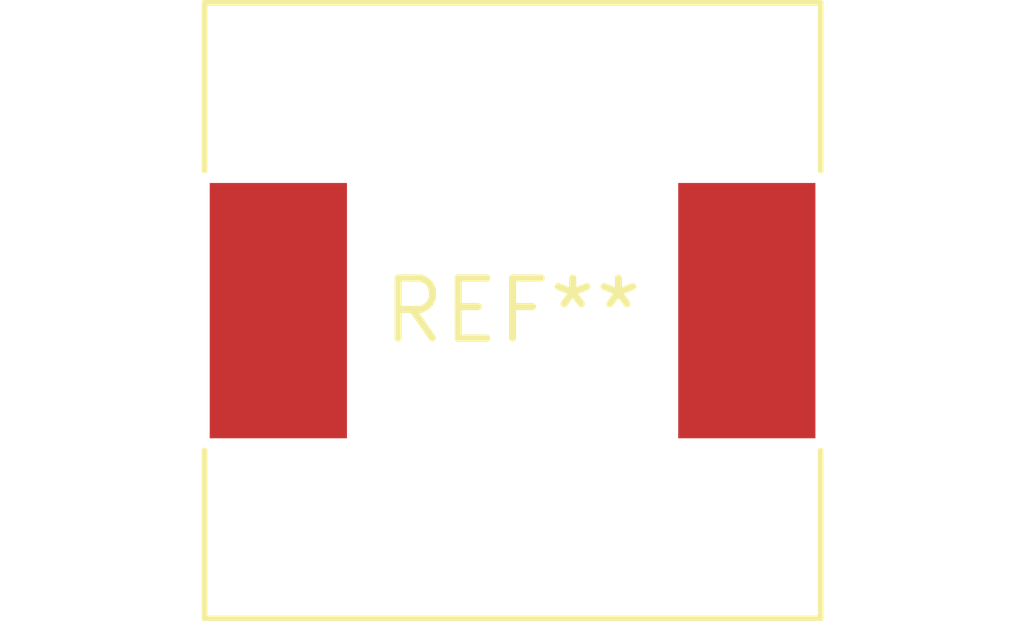
<source format=kicad_pcb>
(kicad_pcb (version 20240108) (generator pcbnew)
  (layers (0 "F.Cu" signal) (31 "B.Cu" signal) (34 "B.Paste" user) (35 "F.Paste" user) (36 "B.SilkS" user "B.Silkscreen") (37 "F.SilkS" user "F.Silkscreen") (38 "B.Mask" user) (39 "F.Mask" user) (44 "Edge.Cuts" user))
  (net 0 "")
  (footprint "L_Sunlord_SWRB1204S" (layer "F.Cu") (at 0 0)
    (property "Reference" "REF**")
    (property "Value" "L_Sunlord_SWRB1204S")
    (fp_line (start -6.51 -6.51) (end -6.51 -2.96) (layer "F.SilkS") (stroke (width 0.12)))
    (fp_line (start -6.51 -6.51) (end 6.51 -6.51) (layer "F.SilkS") (stroke (width 0.12)))
    (fp_line (start -6.51 6.51) (end -6.51 2.96) (layer "F.SilkS") (stroke (width 0.12)))
    (fp_line (start -6.51 6.51) (end 6.51 6.51) (layer "F.SilkS") (stroke (width 0.12)))
    (fp_line (start 6.51 -6.51) (end 6.51 -2.96) (layer "F.SilkS") (stroke (width 0.12)))
    (fp_line (start 6.51 6.51) (end 6.51 2.96) (layer "F.SilkS") (stroke (width 0.12)))
    (pad "1" smd rect (at -4.95 0) (size 2.9 5.4) (layers "F.Cu" "F.Paste" "F.Mask"))
    (pad "2" smd rect (at 4.95 0) (size 2.9 5.4) (layers "F.Cu" "F.Paste" "F.Mask"))
  )
)
</source>
